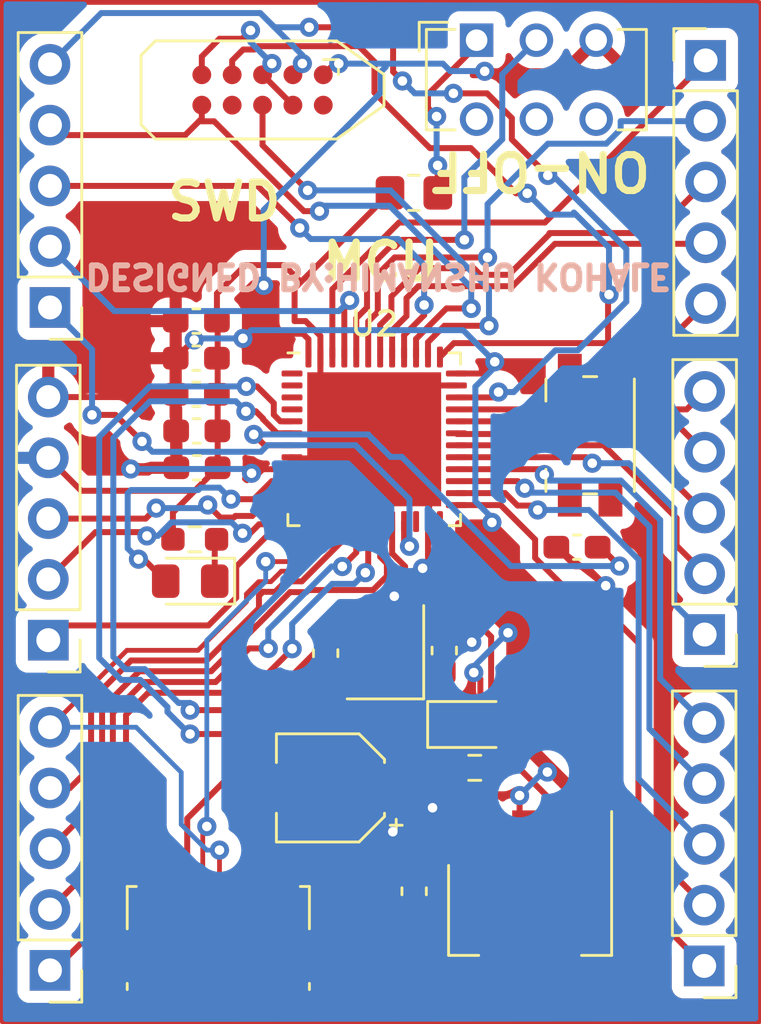
<source format=kicad_pcb>
(kicad_pcb (version 20211014) (generator pcbnew)
  (layers (0 "F.Cu" signal) (31 "B.Cu" signal) (34 "B.Paste" user) (35 "F.Paste" user) (36 "B.SilkS" user "B.Silkscreen") (37 "F.SilkS" user "F.Silkscreen") (38 "B.Mask" user) (39 "F.Mask" user) (44 "Edge.Cuts" user))
  (net 0 "")
  (net 1 "Net-(C1-Pad1)")
  (net 2 "GND")
  (net 3 "3.3v")
  (net 4 "Net-(C3-Pad2)")
  (net 5 "Net-(C4-Pad1)")
  (net 6 "Net-(C6-Pad1)")
  (net 7 "Net-(D1-Pad1)")
  (net 8 "Net-(D2-Pad1)")
  (net 9 "Net-(D2-Pad2)")
  (net 10 "PB15")
  (net 11 "PB14")
  (net 12 "PB13")
  (net 13 "PB12")
  (net 14 "PB10")
  (net 15 "PB9")
  (net 16 "PB8")
  (net 17 "PA9")
  (net 18 "PA10")
  (net 19 "PA11")
  (net 20 "USB_D-")
  (net 21 "USB_D+")
  (net 22 "PA12")
  (net 23 "PA13")
  (net 24 "PA14")
  (net 25 "PA15")
  (net 26 "PB0")
  (net 27 "PB1")
  (net 28 "PB2")
  (net 29 "PB3")
  (net 30 "PB4")
  (net 31 "PB5")
  (net 32 "PB6")
  (net 33 "PB7")
  (net 34 "PA1")
  (net 35 "PA2")
  (net 36 "PA3")
  (net 37 "PA6")
  (net 38 "PA7")
  (net 39 "PA8")
  (net 40 "Net-(J34-Pad3)")
  (net 43 "Net-(R2-Pad1)")
  (net 44 "Net-(SW2-Pad2)")
  (footprint "Package_TO_SOT_SMD:SOT-223-3_TabPin2" (layer "F.Cu") (at 90.34 73.65 -90)
    (fp_text reference "U1" hide)
    (fp_text value "AMS1117-3.3" hide)
  )
  (footprint "LED_SMD:LED_0805_2012Metric_Pad1.15x1.40mm_HandSolder" (layer "F.Cu") (at 87.915 65.91)
    (fp_text reference "D1" hide)
    (fp_text value "green" hide)
  )
  (footprint "Capacitor_SMD:C_0603_1608Metric_Pad1.08x0.95mm_HandSolder" (layer "F.Cu") (at 76.4 53.64)
    (fp_text reference "C7" hide)
    (fp_text value "100nf" hide)
  )
  (footprint "Capacitor_SMD:C_0603_1608Metric_Pad1.08x0.95mm_HandSolder" (layer "F.Cu") (at 86.75 62.82 90)
    (fp_text reference "C6" hide)
    (fp_text value "12pf" hide)
  )
  (footprint "LED_SMD:LED_0805_2012Metric_Pad1.15x1.40mm_HandSolder" (layer "F.Cu") (at 76.125 59.92 180)
    (fp_text reference "D2" hide)
    (fp_text value "red" hide)
  )
  (footprint "Capacitor_SMD:C_0603_1608Metric_Pad1.08x0.95mm_HandSolder" (layer "F.Cu") (at 76.3775 52.11)
    (fp_text reference "C8" hide)
    (fp_text value "100nf" hide)
  )
  (footprint "Connector_PinHeader_2.54mm:PinHeader_1x05_P2.54mm_Vertical" (layer "F.Cu") (at 70.19 62.385 180)
    (fp_text reference "J2" hide)
    (fp_text value "Conn_01x05_Male" hide)
  )
  (footprint "Capacitor_SMD:C_0603_1608Metric_Pad1.08x0.95mm_HandSolder" (layer "F.Cu") (at 76.38 49.05)
    (fp_text reference "C10" hide)
    (fp_text value "100nf" hide)
  )
  (footprint "Connector_PinHeader_2.54mm:PinHeader_1x05_P2.54mm_Vertical" (layer "F.Cu") (at 70.26 48.48 180)
    (fp_text reference "J7" hide)
    (fp_text value "Conn_01x05_Male" hide)
  )
  (footprint "Capacitor_SMD:C_0603_1608Metric_Pad1.08x0.95mm_HandSolder" (layer "F.Cu") (at 85.49 72.88 -90)
    (fp_text reference "C2" hide)
    (fp_text value "0.1uf" hide)
  )
  (footprint "Resistor_SMD:R_0603_1608Metric_Pad0.98x0.95mm_HandSolder" (layer "F.Cu") (at 76.315 58.17 180)
    (fp_text reference "R3" hide)
    (fp_text value "1k" hide)
  )
  (footprint "Connector_PinHeader_2.54mm:PinHeader_1x05_P2.54mm_Vertical" (layer "F.Cu") (at 97.62 76 180)
    (fp_text reference "J1" hide)
    (fp_text value "Conn_01x05_Male" hide)
  )
  (footprint "Resistor_SMD:R_0805_2012Metric_Pad1.20x1.40mm_HandSolder" (layer "F.Cu") (at 85.48 43.69 180)
    (fp_text reference "R2" hide)
    (fp_text value "10k" hide)
  )
  (footprint "Connector_USB:USB_Micro-B_Molex_47346-0001" (layer "F.Cu") (at 77.3 74.39)
    (fp_text reference "J11" hide)
    (fp_text value "USB_OTG" hide)
  )
  (footprint "Capacitor_SMD:C_0603_1608Metric_Pad1.08x0.95mm_HandSolder" (layer "F.Cu") (at 76.41 55.18)
    (fp_text reference "C5" hide)
    (fp_text value "100nf" hide)
  )
  (footprint "Connector:Tag-Connect_TC2050-IDC-NL_2x05_P1.27mm_Vertical" (layer "F.Cu") (at 79.15 39.39 180)
    (fp_text reference "J34" hide)
    (fp_text value "Conn_ARM_JTAG_SWD_10" hide)
  )
  (footprint "Capacitor_SMD:C_0603_1608Metric_Pad1.08x0.95mm_HandSolder" (layer "F.Cu") (at 81.79 62.93 90)
    (fp_text reference "C4" hide)
    (fp_text value "12pf" hide)
  )
  (footprint "Crystal:Crystal_SMD_EuroQuartz_MT-4Pin_3.2x2.5mm" (layer "F.Cu") (at 84.29 62.89 90)
    (fp_text reference "Y1" hide)
    (fp_text value "Crystal_GND23_Small" hide)
  )
  (footprint "Connector_PinHeader_2.54mm:PinHeader_1x05_P2.54mm_Vertical" (layer "F.Cu") (at 70.26 76.185 180)
    (fp_text reference "J6" hide)
    (fp_text value "Conn_01x05_Male" hide)
  )
  (footprint "Connector_PinHeader_2.54mm:PinHeader_1x05_P2.54mm_Vertical" (layer "F.Cu") (at 97.64 62.15 180)
    (fp_text reference "J4" hide)
    (fp_text value "Conn_01x05_Male" hide)
  )
  (footprint "Button_Switch_THT:SW_CuK_JS202011CQN_DPDT_Straight" (layer "F.Cu") (at 88.1025 37.31)
    (fp_text reference "SW2" hide)
    (fp_text value "SW_DPDT_x2" hide)
  )
  (footprint "Package_DFN_QFN:QFN-48-1EP_7x7mm_P0.5mm_EP5.6x5.6mm" (layer "F.Cu") (at 83.82 53.99)
    (fp_text reference "U2")
    (fp_text value "STM32F411CCUx")
  )
  (footprint "Capacitor_SMD:C_0603_1608Metric_Pad1.08x0.95mm_HandSolder" (layer "F.Cu") (at 76.38 50.6)
    (fp_text reference "C9" hide)
    (fp_text value "100nf" hide)
  )
  (footprint "Capacitor_SMD:C_0603_1608Metric_Pad1.08x0.95mm_HandSolder" (layer "F.Cu") (at 92.3 58.5)
    (fp_text reference "C3" hide)
    (fp_text value "0.1uf" hide)
  )
  (footprint "Button_Switch_SMD:Panasonic_EVQPUJ_EVQPUA" (layer "F.Cu") (at 92.85 53.82 90)
    (fp_text reference "SW1" hide)
    (fp_text value "SW_Push_Dual_x2" hide)
  )
  (footprint "Resistor_SMD:R_0603_1608Metric_Pad0.98x0.95mm_HandSolder" (layer "F.Cu") (at 88.025 67.72)
    (fp_text reference "R1" hide)
    (fp_text value "1k" hide)
  )
  (footprint "Capacitor_SMD:CP_Elec_4x3.9" (layer "F.Cu") (at 81.99 68.56 180)
    (fp_text reference "C1" hide)
    (fp_text value "10uf" hide)
  )
  (footprint "Connector_PinHeader_2.54mm:PinHeader_1x05_P2.54mm_Vertical" (layer "F.Cu") (at 97.68 38.155)
    (fp_text reference "J5" hide)
    (fp_text value "Conn_01x05_Male" hide)
  )
  (gr_rect (start 68.27 35.73) (end 99.91 78.34) (layer "F.Cu") (width 0.2) (fill none))
  (gr_text "DESIGNED BY:HIMANSHU KOHALE" (at 83.99 47.17 180) (layer "B.SilkS") (effects (font (size 1 1) (thickness 0.25)) (justify mirror)))
  (gr_text "MCU" (at 84.1 46.57) (layer "F.SilkS") (effects (font (size 1.5 1.5) (thickness 0.3))))
  (gr_text "ON-OFF\n" (at 90.75 42.77 180) (layer "F.SilkS") (effects (font (size 1.5 1.5) (thickness 0.3))))
  (gr_text "SWD\n" (at 77.55 44.06) (layer "F.SilkS") (effects (font (size 1.5 1.5) (thickness 0.3))))
  (segment (start 81.413173 67.37) (end 82.603173 68.56) (width 0.25) (layer "F.Cu") (net 1))
  (segment (start 85.73 70.5) (end 83.79 68.56) (width 0.25) (layer "F.Cu") (net 1))
  (segment (start 88.04 70.5) (end 85.73 70.5) (width 0.25) (layer "F.Cu") (net 1))
  (segment (start 82.603173 68.56) (end 83.79 68.56) (width 0.25) (layer "F.Cu") (net 1))
  (segment (start 76 69.84) (end 78.47 67.37) (width 0.25) (layer "F.Cu") (net 1))
  (segment (start 76 72.93) (end 76 69.84) (width 0.25) (layer "F.Cu") (net 1))
  (segment (start 78.47 67.37) (end 81.413173 67.37) (width 0.25) (layer "F.Cu") (net 1))
  (segment (start 85.49 73.7425) (end 85.49 73.350495) (width 0.25) (layer "F.Cu") (net 2))
  (segment (start 85.19 61.79) (end 85.19 61.08) (width 0.25) (layer "F.Cu") (net 2))
  (segment (start 87.9 62.47) (end 87.2625 62.47) (width 0.25) (layer "F.Cu") (net 2))
  (segment (start 80.19 68.56) (end 79.7875 68.9625) (width 0.25) (layer "F.Cu") (net 2))
  (segment (start 85.49 73.350495) (end 84.597701 72.458196) (width 0.25) (layer "F.Cu") (net 2))
  (segment (start 74.8125 73.015) (end 74.8125 74.7025) (width 0.25) (layer "F.Cu") (net 2))
  (segment (start 86.07 51.74) (end 87.2575 51.74) (width 0.25) (layer "F.Cu") (net 2))
  (segment (start 79.7875 74.7025) (end 80.675 75.59) (width 0.25) (layer "F.Cu") (net 2))
  (segment (start 80.49 49.05) (end 80.49 47.68) (width 0.25) (layer "F.Cu") (net 2))
  (segment (start 80.49 49.05) (end 80.95 49.05) (width 0.25) (layer "F.Cu") (net 2))
  (segment (start 86.64 62.0675) (end 86.75 61.9575) (width 0.25) (layer "F.Cu") (net 2))
  (segment (start 87.2625 62.47) (end 86.75 61.9575) (width 0.25) (layer "F.Cu") (net 2))
  (segment (start 81.57 49.67) (end 81.57 50.5525) (width 0.25) (layer "F.Cu") (net 2))
  (segment (start 79.7025 72.93) (end 79.7875 73.015) (width 0.25) (layer "F.Cu") (net 2))
  (segment (start 80.34 54.74) (end 80.3825 54.74) (width 0.25) (layer "F.Cu") (net 2))
  (segment (start 80.49 47.68) (end 84.48 43.69) (width 0.25) (layer "F.Cu") (net 2))
  (segment (start 81.57 50.5525) (end 81.57 51.74) (width 0.25) (layer "F.Cu") (net 2))
  (segment (start 77.2425 47.8975) (end 78.43 46.71) (width 0.25) (layer "F.Cu") (net 2))
  (segment (start 85.19 61.08) (end 84.66 60.55) (width 0.25) (layer "F.Cu") (net 2))
  (segment (start 92.64 70.5) (end 89.86 67.72) (width 0.25) (layer "F.Cu") (net 2))
  (segment (start 80.675 75.59) (end 73.925 75.59) (width 0.25) (layer "F.Cu") (net 2))
  (segment (start 84.597701 72.458196) (end 84.597701 70.392299) (width 0.25) (layer "F.Cu") (net 2))
  (segment (start 83.82 53.99) (end 86.07 51.74) (width 0.25) (layer "F.Cu") (net 2))
  (segment (start 86.26 69.39) (end 86.725495 69.39) (width 0.25) (layer "F.Cu") (net 2))
  (segment (start 89.86 67.72) (end 88.9375 67.72) (width 0.25) (layer "F.Cu") (net 2))
  (segment (start 76.31125 56.14125) (end 71.56625 56.14125) (width 0.25) (layer "F.Cu") (net 2))
  (segment (start 83.6425 75.59) (end 80.675 75.59) (width 0.25) (layer "F.Cu") (net 2))
  (segment (start 93.502641 60.108042) (end 91.4375 58.5) (width 0.25) (layer "F.Cu") (net 2))
  (segment (start 75.4025 57.05) (end 76.31125 56.14125) (width 0.25) (layer "F.Cu") (net 2))
  (segment (start 86.12 56.29) (end 86.12 57.37) (width 0.25) (layer "F.Cu") (net 2))
  (segment (start 77.2425 49.05) (end 77.2425 47.8975) (width 0.25) (layer "F.Cu") (net 2))
  (segment (start 92.2375 59.3) (end 92.694599 59.3) (width 0.25) (layer "F.Cu") (net 2))
  (segment (start 92.694599 59.3) (end 93.502641 60.108042) (width 0.25) (layer "F.Cu") (net 2))
  (segment (start 75.4025 58.17) (end 75.4025 57.05) (width 0.25) (layer "F.Cu") (net 2))
  (segment (start 91.4375 58.5) (end 92.2375 59.3) (width 0.25) (layer "F.Cu") (net 2))
  (segment (start 83.02 54.79) (end 80.29 54.79) (width 0.25) (layer "F.Cu") (net 2))
  (segment (start 85.49 73.7425) (end 83.6425 75.59) (width 0.25) (layer "F.Cu") (net 2))
  (segment (start 76.31125 56.14125) (end 77.2725 55.18) (width 0.25) (layer "F.Cu") (net 2))
  (segment (start 86.07 59.15673) (end 86.07 57.4275) (width 0.25) (layer "F.Cu") (net 2))
  (segment (start 83.82 53.99) (end 86.12 56.29) (width 0.25) (layer "F.Cu") (net 2))
  (segment (start 86.725495 69.39) (end 88.395495 67.72) (width 0.25) (layer "F.Cu") (net 2))
  (segment (start 80.29 54.79) (end 80.34 54.74) (width 0.25) (layer "F.Cu") (net 2))
  (segment (start 78.43 46.71) (end 80.05 46.71) (width 0.25) (layer "F.Cu") (net 2))
  (segment (start 81.57 51.74) (end 83.82 53.99) (width 0.25) (layer "F.Cu") (net 2))
  (segment (start 71.56625 56.14125) (end 70.19 54.765) (width 0.25) (layer "F.Cu") (net 2))
  (segment (start 78.6 72.93) (end 79.7025 72.93) (width 0.25) (layer "F.Cu") (net 2))
  (segment (start 88.395495 67.72) (end 88.9375 67.72) (width 0.25) (layer "F.Cu") (net 2))
  (segment (start 80.95 49.05) (end 81.57 49.67) (width 0.25) (layer "F.Cu") (net 2))
  (segment (start 77.2425 49.05) (end 77.2725 49.08) (width 0.25) (layer "F.Cu") (net 2))
  (segment (start 83.82 53.99) (end 83.02 54.79) (width 0.25) (layer "F.Cu") (net 2))
  (segment (start 77.2725 49.08) (end 77.2725 55.18) (width 0.25) (layer "F.Cu") (net 2))
  (segment (start 81.79 62.0675) (end 86.64 62.0675) (width 0.25) (layer "F.Cu") (net 2))
  (segment (start 74.8125 74.7025) (end 73.925 75.59) (width 0.25) (layer "F.Cu") (net 2))
  (segment (start 85.845585 59.381145) (end 86.07 59.15673) (width 0.25) (layer "F.Cu") (net 2))
  (segment (start 79.7875 73.015) (end 79.7875 74.7025) (width 0.25) (layer "F.Cu") (net 2))
  (segment (start 79.7875 68.9625) (end 79.7875 73.015) (width 0.25) (layer "F.Cu") (net 2))
  (segment (start 80.05 46.71) (end 80.74 47.4) (width 0.25) (layer "F.Cu") (net 2))
  (via (at 85.845585 59.381145) (size 0.8) (drill 0.4) (layers "F.Cu" "B.Cu") (net 2))
  (via (at 93.502641 60.108042) (size 0.8) (drill 0.4) (layers "F.Cu" "B.Cu") (net 2))
  (via (at 86.26 69.39) (size 0.8) (drill 0.4) (layers "F.Cu" "B.Cu") (net 2))
  (via (at 84.597701 70.392299) (size 0.8) (drill 0.4) (layers "F.Cu" "B.Cu") (net 2))
  (via (at 84.66 60.55) (size 0.8) (drill 0.4) (layers "F.Cu" "B.Cu") (net 2))
  (via (at 87.9 62.47) (size 0.8) (drill 0.4) (layers "F.Cu" "B.Cu") (net 2))
  (segment (start 85.828855 59.381145) (end 84.66 60.55) (width 0.25) (layer "B.Cu") (net 2))
  (segment (start 84.597701 70.392299) (end 85.257701 70.392299) (width 0.25) (layer "B.Cu") (net 2))
  (segment (start 85.257701 70.392299) (end 86.26 69.39) (width 0.25) (layer "B.Cu") (net 2))
  (segment (start 93.502641 60.108042) (end 90.261958 60.108042) (width 0.25) (layer "B.Cu") (net 2))
  (segment (start 90.261958 60.108042) (end 87.9 62.47) (width 0.25) (layer "B.Cu") (net 2))
  (segment (start 85.845585 59.381145) (end 85.828855 59.381145) (width 0.25) (layer "B.Cu") (net 2))
  (segment (start 88.44 38.609502) (end 91.802998 38.609502) (width 0.25) (layer "F.Cu") (net 3))
  (segment (start 79.561802 49.578198) (end 79.561802 48.391802) (width 0.25) (layer "F.Cu") (net 3))
  (segment (start 79.561802 49.578198) (end 78.526302 49.578198) (width 0.25) (layer "F.Cu") (net 3))
  (segment (start 82.155 38.29) (end 82.339699 38.29) (width 0.25) (layer "F.Cu") (net 3))
  (segment (start 88.288858 60.95) (end 88.15 60.95) (width 0.25) (layer "F.Cu") (net 3))
  (segment (start 80.3825 55.24) (end 79.16 55.24) (width 0.25) (layer "F.Cu") (net 3))
  (segment (start 89.415947 62.077089) (end 88.288858 60.95) (width 0.25) (layer "F.Cu") (net 3))
  (segment (start 78.855 55.545) (end 78.76 55.64) (width 0.25) (layer "F.Cu") (net 3))
  (segment (start 81.69 38.755) (end 82.155 38.29) (width 0.25) (layer "F.Cu") (net 3))
  (segment (start 90.2375 72.0175) (end 90.34 72.12) (width 0.25) (layer "F.Cu") (net 3))
  (segment (start 79.2 48.03) (end 79.2 47.56) (width 0.25) (layer "F.Cu") (net 3))
  (segment (start 88.26 64.616396) (end 88.94 65.296396) (width 0.25) (layer "F.Cu") (net 3))
  (segment (start 87.8555 57.4645) (end 86.57 58.75) (width 0.25) (layer "F.Cu") (net 3))
  (segment (start 88.37 51.24) (end 88.86 50.75) (width 0.25) (layer "F.Cu") (net 3))
  (segment (start 75.5475 55.18) (end 75.5475 49.08) (width 0.25) (layer "F.Cu") (net 3))
  (segment (start 90.34 72.12) (end 90.34 76.8) (width 0.25) (layer "F.Cu") (net 3))
  (segment (start 89.9 70.06) (end 90.34 70.5) (width 0.25) (layer "F.Cu") (net 3))
  (segment (start 86.57 59.37) (end 86.57 58.75) (width 0.25) (layer "F.Cu") (net 3))
  (segment (start 86.57 58.75) (end 86.57 57.4275) (width 0.25) (layer "F.Cu") (net 3))
  (segment (start 78.825 55.545) (end 78.69 55.41) (width 0.25) (layer "F.Cu") (net 3))
  (segment (start 87.2575 51.24) (end 88.37 51.24) (width 0.25) (layer "F.Cu") (net 3))
  (segment (start 88.742701 57.4645) (end 87.8555 57.4645) (width 0.25) (layer "F.Cu") (net 3))
  (segment (start 75.5475 49.08) (end 75.5175 49.05) (width 0.25) (layer "F.Cu") (net 3))
  (segment (start 73.6345 55.230806) (end 75.496694 55.230806) (width 0.25) (layer "F.Cu") (net 3))
  (segment (start 78.855 55.545) (end 78.825 55.545) (width 0.25) (layer "F.Cu") (net 3))
  (segment (start 78.526302 49.578198) (end 78.33 49.7745) (width 0.25) (layer "F.Cu") (net 3))
  (segment (start 87.9855 63.74) (end 88.26 64.0145) (width 0.25) (layer "F.Cu") (net 3))
  (segment (start 76.280248 49.837252) (end 75.5175 50.6) (width 0.25) (layer "F.Cu") (net 3))
  (segment (start 75.4 52.225) (end 70.19 52.225) (width 0.25) (layer "F.Cu") (net 3))
  (segment (start 91.802998 38.609502) (end 93.1025 37.31) (width 0.25) (layer "F.Cu") (net 3))
  (segment (start 88.15 60.95) (end 86.57 59.37) (width 0.25) (layer "F.Cu") (net 3))
  (segment (start 79.16 55.24) (end 78.855 55.545) (width 0.25) (layer "F.Cu") (net 3))
  (segment (start 81.07 50.5525) (end 81.07 49.806396) (width 0.25) (layer "F.Cu") (net 3))
  (segment (start 75.496694 55.230806) (end 75.5475 55.18) (width 0.25) (layer "F.Cu") (net 3))
  (segment (start 85.49 72.0175) (end 90.2375 72.0175) (width 0.25) (layer "F.Cu") (net 3))
  (segment (start 88.94 65.296396) (end 88.94 65.91) (width 0.25) (layer "F.Cu") (net 3))
  (segment (start 89.074598 65.91) (end 91.062299 67.897701) (width 0.25) (layer "F.Cu") (net 3))
  (segment (start 88.94 65.91) (end 89.074598 65.91) (width 0.25) (layer "F.Cu") (net 3))
  (segment (start 88.26 64.0145) (end 88.26 64.616396) (width 0.25) (layer "F.Cu") (net 3))
  (segment (start 89.9 68.88) (end 89.9 70.06) (width 0.25) (layer "F.Cu") (net 3))
  (segment (start 90.34 70.5) (end 90.34 72.12) (width 0.25) (layer "F.Cu") (net 3))
  (segment (start 81.07 49.806396) (end 80.841802 49.578198) (width 0.25) (layer "F.Cu") (net 3))
  (segment (start 80.841802 49.578198) (end 79.561802 49.578198) (width 0.25) (layer "F.Cu") (net 3))
  (segment (start 79.561802 48.391802) (end 79.27 48.1) (width 0.25) (layer "F.Cu") (net 3))
  (segment (start 79.27 48.1) (end 79.2 48.03) (width 0.25) (layer "F.Cu") (net 3))
  (segment (start 75.515 52.11) (end 75.4 52.225) (width 0.25) (layer "F.Cu") (net 3))
  (segment (start 76.290822 49.837252) (end 76.280248 49.837252) (width 0.25) (layer "F.Cu") (net 3))
  (via (at 91.062299 67.897701) (size 0.8) (drill 0.4) (layers "F.Cu" "B.Cu") (net 3))
  (via (at 88.742701 57.4645) (size 0.8) (drill 0.4) (layers "F.Cu" "B.Cu") (net 3))
  (via (at 88.44 38.609502) (size 0.8) (drill 0.4) (layers "F.Cu" "B.Cu") (net 3))
  (via (at 78.33 49.7745) (size 0.8) (drill 0.4) (layers "F.Cu" "B.Cu") (net 3))
  (via (at 88.86 50.75) (size 0.8) (drill 0.4) (layers "F.Cu" "B.Cu") (net 3))
  (via (at 89.415947 62.077089) (size 0.8) (drill 0.4) (layers "F.Cu" "B.Cu") (net 3))
  (via (at 76.290822 49.837252) (size 0.8) (drill 0.4) (layers "F.Cu" "B.Cu") (net 3))
  (via (at 78.69 55.41) (size 0.8) (drill 0.4) (layers "F.Cu" "B.Cu") (net 3))
  (via (at 82.339699 38.29) (size 0.8) (drill 0.4) (layers "F.Cu" "B.Cu") (net 3))
  (via (at 87.9855 63.74) (size 0.8) (drill 0.4) (layers "F.Cu" "B.Cu") (net 3))
  (via (at 79.2 47.56) (size 0.8) (drill 0.4) (layers "F.Cu" "B.Cu") (net 3))
  (via (at 89.9 68.88) (size 0.8) (drill 0.4) (layers "F.Cu" "B.Cu") (net 3))
  (via (at 73.6345 55.230806) (size 0.8) (drill 0.4) (layers "F.Cu" "B.Cu") (net 3))
  (segment (start 78.33 49.7745) (end 76.353574 49.7745) (width 0.25) (layer "B.Cu") (net 3))
  (segment (start 78.510806 55.230806) (end 73.6345 55.230806) (width 0.25) (layer "B.Cu") (net 3))
  (segment (start 87.9855 63.4845) (end 89.27 62.2) (width 0.25) (layer "B.Cu") (net 3))
  (segment (start 84.3 38.29) (end 86.692477 38.29) (width 0.25) (layer "B.Cu") (net 3))
  (segment (start 88.86 50.75) (end 87.54 49.43) (width 0.25) (layer "B.Cu") (net 3))
  (segment (start 88.742701 57.407299) (end 88.742701 57.4645) (width 0.25) (layer "B.Cu") (net 3))
  (segment (start 87.9855 63.74) (end 87.9855 63.4845) (width 0.25) (layer "B.Cu") (net 3))
  (segment (start 88.05 56.58) (end 88.81 57.34) (width 0.25) (layer "B.Cu") (net 3))
  (segment (start 89.27 62.2) (end 89.27 62.05) (width 0.25) (layer "B.Cu") (net 3))
  (segment (start 76.353574 49.7745) (end 76.290822 49.837252) (width 0.25) (layer "B.Cu") (net 3))
  (segment (start 86.692477 38.29) (end 87.002477 38.6) (width 0.25) (layer "B.Cu") (net 3))
  (segment (start 84.09 38.64) (end 84.3 38.43) (width 0.25) (layer "B.Cu") (net 3))
  (segment (start 90.882299 67.897701) (end 89.9 68.88) (width 0.25) (layer "B.Cu") (net 3))
  (segment (start 88.44 38.6) (end 88.44 38.609502) (width 0.25) (layer "B.Cu") (net 3))
  (segment (start 79.2 47.56) (end 79.2 44.4) (width 0.25) (layer "B.Cu") (net 3))
  (segment (start 91.062299 67.897701) (end 90.882299 67.897701) (width 0.25) (layer "B.Cu") (net 3))
  (segment (start 79.2 44.4) (end 84.09 39.51) (width 0.25) (layer "B.Cu") (net 3))
  (segment (start 84.09 39.51) (end 84.09 38.64) (width 0.25) (layer "B.Cu") (net 3))
  (segment (start 78.69 55.41) (end 78.510806 55.230806) (width 0.25) (layer "B.Cu") (net 3))
  (segment (start 89.27 62.05) (end 89.388858 62.05) (width 0.25) (layer "B.Cu") (net 3))
  (segment (start 82.339699 38.29) (end 84.3 38.29) (width 0.25) (layer "B.Cu") (net 3))
  (segment (start 89.388858 62.05) (end 89.415947 62.077089) (width 0.25) (layer "B.Cu") (net 3))
  (segment (start 84.3 38.43) (end 84.3 38.29) (width 0.25) (layer "B.Cu") (net 3))
  (segment (start 87.54 49.43) (end 78.6745 49.43) (width 0.25) (layer "B.Cu") (net 3))
  (segment (start 88.86 50.75) (end 88.86 50.98) (width 0.25) (layer "B.Cu") (net 3))
  (segment (start 78.6745 49.43) (end 78.33 49.7745) (width 0.25) (layer "B.Cu") (net 3))
  (segment (start 88.81 57.34) (end 88.742701 57.407299) (width 0.25) (layer "B.Cu") (net 3))
  (segment (start 88.86 50.98) (end 88.05 51.79) (width 0.25) (layer "B.Cu") (net 3))
  (segment (start 87.002477 38.6) (end 88.44 38.6) (width 0.25) (layer "B.Cu") (net 3))
  (segment (start 88.05 51.79) (end 88.05 56.58) (width 0.25) (layer "B.Cu") (net 3))
  (segment (start 93.1625 58.5) (end 93.285882 58.5) (width 0.25) (layer "F.Cu") (net 4))
  (segment (start 78.782999 53.787001) (end 79.235998 54.24) (width 0.25) (layer "F.Cu") (net 4))
  (segment (start 93.285882 58.5) (end 94.07344 59.287558) (width 0.25) (layer "F.Cu") (net 4))
  (segment (start 79.235998 54.24) (end 80.3825 54.24) (width 0.25) (layer "F.Cu") (net 4))
  (via (at 94.07344 59.287558) (size 0.8) (drill 0.4) (layers "F.Cu" "B.Cu") (net 4))
  (via (at 78.782999 53.787001) (size 0.8) (drill 0.4) (layers "F.Cu" "B.Cu") (net 4))
  (segment (start 78.782999 53.787001) (end 83.567001 53.787001) (width 0.25) (layer "B.Cu") (net 4))
  (segment (start 89.537558 59.287558) (end 94.07344 59.287558) (width 0.25) (layer "B.Cu") (net 4))
  (segment (start 84.505203 54.725203) (end 84.975203 54.725203) (width 0.25) (layer "B.Cu") (net 4))
  (segment (start 84.975203 54.725203) (end 89.537558 59.287558) (width 0.25) (layer "B.Cu") (net 4))
  (segment (start 83.567001 53.787001) (end 84.505203 54.725203) (width 0.25) (layer "B.Cu") (net 4))
  (segment (start 79.896992 53.24) (end 80.3825 53.24) (width 0.25) (layer "F.Cu") (net 5))
  (segment (start 79.916396 64.71) (end 80.8725 64.71) (width 0.25) (layer "F.Cu") (net 5))
  (segment (start 80.8725 64.71) (end 81.79 63.7925) (width 0.25) (layer "F.Cu") (net 5))
  (segment (start 79.62 52.48) (end 79.62 52.963008) (width 0.25) (layer "F.Cu") (net 5))
  (segment (start 76.1205 66.309003) (end 78.317393 66.309003) (width 0.25) (layer "F.Cu") (net 5))
  (segment (start 81.79 64.19) (end 82.565 64.965) (width 0.25) (layer "F.Cu") (net 5))
  (segment (start 79.62 52.963008) (end 79.896992 53.24) (width 0.25) (layer "F.Cu") (net 5))
  (segment (start 78.92 51.78) (end 79.62 52.48) (width 0.25) (layer "F.Cu") (net 5))
  (segment (start 82.565 64.965) (end 84.215 64.965) (width 0.25) (layer "F.Cu") (net 5))
  (segment (start 78.317393 66.309003) (end 79.916396 64.71) (width 0.25) (layer "F.Cu") (net 5))
  (segment (start 84.215 64.965) (end 85.19 63.99) (width 0.25) (layer "F.Cu") (net 5))
  (segment (start 81.79 63.7925) (end 81.79 64.19) (width 0.25) (layer "F.Cu") (net 5))
  (segment (start 78.47 51.78) (end 78.92 51.78) (width 0.25) (layer "F.Cu") (net 5))
  (via (at 78.47 51.78) (size 0.8) (drill 0.4) (layers "F.Cu" "B.Cu") (net 5))
  (via (at 76.1205 66.309003) (size 0.8) (drill 0.4) (layers "F.Cu" "B.Cu") (net 5))
  (segment (start 72.32 53.89) (end 72.32 63.13) (width 0.25) (layer "B.Cu") (net 5))
  (segment (start 72.32 63.13) (end 73.236396 64.046396) (width 0.25) (layer "B.Cu") (net 5))
  (segment (start 75.173604 65.387909) (end 76.094698 66.309003) (width 0.25) (layer "B.Cu") (net 5))
  (segment (start 74.04 64.046396) (end 75.173604 65.18) (width 0.25) (layer "B.Cu") (net 5))
  (segment (start 75.173604 65.18) (end 75.173604 65.387909) (width 0.25) (layer "B.Cu") (net 5))
  (segment (start 74.43 51.78) (end 72.32 53.89) (width 0.25) (layer "B.Cu") (net 5))
  (segment (start 76.094698 66.309003) (end 76.1205 66.309003) (width 0.25) (layer "B.Cu") (net 5))
  (segment (start 73.236396 64.046396) (end 74.04 64.046396) (width 0.25) (layer "B.Cu") (net 5))
  (segment (start 78.47 51.78) (end 74.43 51.78) (width 0.25) (layer "B.Cu") (net 5))
  (segment (start 82.33 62.93) (end 83.39 63.99) (width 0.25) (layer "F.Cu") (net 6))
  (segment (start 81.319505 62.93) (end 82.33 62.93) (width 0.25) (layer "F.Cu") (net 6))
  (segment (start 86.0825 63.015) (end 86.75 63.6825) (width 0.25) (layer "F.Cu") (net 6))
  (segment (start 78.871103 52.821103) (end 79.17 53.12) (width 0.25) (layer "F.Cu") (net 6))
  (segment (start 79.17 53.12) (end 79.17 53.149404) (width 0.25) (layer "F.Cu") (net 6))
  (segment (start 79.74 64.25) (end 79.999505 64.25) (width 0.25) (layer "F.Cu") (net 6))
  (segment (start 78.6805 65.3095) (end 79.74 64.25) (width 0.25) (layer "F.Cu") (net 6))
  (segment (start 83.39 63.99) (end 84.365 63.015) (width 0.25) (layer "F.Cu") (net 6))
  (segment (start 84.365 63.015) (end 86.0825 63.015) (width 0.25) (layer "F.Cu") (net 6))
  (segment (start 76.1205 65.3095) (end 78.6805 65.3095) (width 0.25) (layer "F.Cu") (net 6))
  (segment (start 79.17 53.149404) (end 79.760596 53.74) (width 0.25) (layer "F.Cu") (net 6))
  (segment (start 79.760596 53.74) (end 80.3825 53.74) (width 0.25) (layer "F.Cu") (net 6))
  (segment (start 78.453495 52.821103) (end 78.871103 52.821103) (width 0.25) (layer "F.Cu") (net 6))
  (segment (start 79.999505 64.25) (end 81.319505 62.93) (width 0.25) (layer "F.Cu") (net 6))
  (via (at 78.453495 52.821103) (size 0.8) (drill 0.4) (layers "F.Cu" "B.Cu") (net 6))
  (via (at 76.1205 65.3095) (size 0.8) (drill 0.4) (layers "F.Cu" "B.Cu") (net 6))
  (segment (start 74.446396 52.4) (end 72.91 53.936396) (width 0.25) (layer "B.Cu") (net 6))
  (segment (start 76.1205 65.0105) (end 76.1205 65.3095) (width 0.25) (layer "B.Cu") (net 6))
  (segment (start 78.453495 52.821103) (end 78.032392 52.4) (width 0.25) (layer "B.Cu") (net 6))
  (segment (start 74.226396 63.596396) (end 75.64 65.01) (width 0.25) (layer "B.Cu") (net 6))
  (segment (start 72.91 55.44) (end 72.91 55.5) (width 0.25) (layer "B.Cu") (net 6))
  (segment (start 72.91 55.44) (end 72.91 63.083604) (width 0.25) (layer "B.Cu") (net 6))
  (segment (start 72.91 53.936396) (end 72.91 55.44) (width 0.25) (layer "B.Cu") (net 6))
  (segment (start 76.12 65.01) (end 76.1205 65.0105) (width 0.25) (layer "B.Cu") (net 6))
  (segment (start 78.032392 52.4) (end 74.446396 52.4) (width 0.25) (layer "B.Cu") (net 6))
  (segment (start 75.64 65.01) (end 76.12 65.01) (width 0.25) (layer "B.Cu") (net 6))
  (segment (start 73.422792 63.596396) (end 74.226396 63.596396) (width 0.25) (layer "B.Cu") (net 6))
  (segment (start 72.91 63.083604) (end 73.422792 63.596396) (width 0.25) (layer "B.Cu") (net 6))
  (segment (start 86.89 65.91) (end 86.89 67.4975) (width 0.25) (layer "F.Cu") (net 7))
  (segment (start 86.89 67.4975) (end 87.1125 67.72) (width 0.25) (layer "F.Cu") (net 7))
  (segment (start 77.15 59.92) (end 77.15 58.2475) (width 0.25) (layer "F.Cu") (net 8))
  (segment (start 77.2275 60.1325) (end 77.275 60.18) (width 0.25) (layer "F.Cu") (net 8))
  (segment (start 77.15 58.2475) (end 77.2275 58.17) (width 0.25) (layer "F.Cu") (net 8))
  (segment (start 74.18 59) (end 75.1 59.92) (width 0.25) (layer "F.Cu") (net 9))
  (segment (start 77.829674 56.493142) (end 78.784066 56.493142) (width 0.25) (layer "F.Cu") (net 9))
  (segment (start 73.96 59) (end 74.18 59) (width 0.25) (layer "F.Cu") (net 9))
  (segment (start 78.784066 56.493142) (end 79.537208 55.74) (width 0.25) (layer "F.Cu") (net 9))
  (segment (start 79.537208 55.74) (end 80.3825 55.74) (width 0.25) (layer "F.Cu") (net 9))
  (via (at 73.96 59) (size 0.8) (drill 0.4) (layers "F.Cu" "B.Cu") (net 9))
  (via (at 77.829674 56.493142) (size 0.8) (drill 0.4) (layers "F.Cu" "B.Cu") (net 9))
  (segment (start 73.51 56.25325) (end 73.51 58.55) (width 0.25) (layer "B.Cu") (net 9))
  (segment (start 73.51 58.55) (end 73.96 59) (width 0.25) (layer "B.Cu") (net 9))
  (segment (start 76.460195 56.11) (end 73.65325 56.11) (width 0.25) (layer "B.Cu") (net 9))
  (segment (start 76.559695 56.0105) (end 76.460195 56.11) (width 0.25) (layer "B.Cu") (net 9))
  (segment (start 73.65325 56.11) (end 73.51 56.25325) (width 0.25) (layer "B.Cu") (net 9))
  (segment (start 77.347032 56.0105) (end 76.559695 56.0105) (width 0.25) (layer "B.Cu") (net 9))
  (segment (start 77.829674 56.493142) (end 77.347032 56.0105) (width 0.25) (layer "B.Cu") (net 9))
  (segment (start 87.2575 55.24) (end 90.712321 55.24) (width 0.25) (layer "F.Cu") (net 10))
  (segment (start 90.712321 55.24) (end 90.936821 55.4645) (width 0.25) (layer "F.Cu") (net 10))
  (via (at 90.936821 55.4645) (size 0.8) (drill 0.4) (layers "F.Cu" "B.Cu") (net 10))
  (segment (start 90.936821 55.4645) (end 91.187321 55.715) (width 0.25) (layer "B.Cu") (net 10))
  (segment (start 95.78 57.36) (end 95.78 64) (width 0.25) (layer "B.Cu") (net 10))
  (segment (start 94.135 55.715) (end 95.78 57.36) (width 0.25) (layer "B.Cu") (net 10))
  (segment (start 91.187321 55.715) (end 94.135 55.715) (width 0.25) (layer "B.Cu") (net 10))
  (segment (start 95.78 64) (end 97.62 65.84) (width 0.25) (layer "B.Cu") (net 10))
  (segment (start 89.821264 55.74) (end 90.115824 56.03456) (width 0.25) (layer "F.Cu") (net 11))
  (segment (start 87.2575 55.74) (end 89.821264 55.74) (width 0.25) (layer "F.Cu") (net 11))
  (via (at 90.115824 56.03456) (size 0.8) (drill 0.4) (layers "F.Cu" "B.Cu") (net 11))
  (segment (start 93.91 56.22) (end 95.33 57.64) (width 0.25) (layer "B.Cu") (net 11))
  (segment (start 90.115824 56.03456) (end 90.301264 56.22) (width 0.25) (layer "B.Cu") (net 11))
  (segment (start 95.33 57.64) (end 95.33 66.09) (width 0.25) (layer "B.Cu") (net 11))
  (segment (start 90.301264 56.22) (end 93.91 56.22) (width 0.25) (layer "B.Cu") (net 11))
  (segment (start 95.33 66.09) (end 97.62 68.38) (width 0.25) (layer "B.Cu") (net 11))
  (segment (start 89.295959 56.24) (end 89.815519 56.75956) (width 0.25) (layer "F.Cu") (net 12))
  (segment (start 89.815519 56.75956) (end 90.474893 56.75956) (width 0.25) (layer "F.Cu") (net 12))
  (segment (start 87.2575 56.24) (end 89.295959 56.24) (width 0.25) (layer "F.Cu") (net 12))
  (segment (start 90.474893 56.75956) (end 90.659833 56.9445) (width 0.25) (layer "F.Cu") (net 12))
  (via (at 90.659833 56.9445) (size 0.8) (drill 0.4) (layers "F.Cu" "B.Cu") (net 12))
  (segment (start 90.659833 56.9445) (end 92.8045 56.9445) (width 0.25) (layer "B.Cu") (net 12))
  (segment (start 94.88 68.18) (end 97.62 70.92) (width 0.25) (layer "B.Cu") (net 12))
  (segment (start 94.88 59.02) (end 94.88 68.18) (width 0.25) (layer "B.Cu") (net 12))
  (segment (start 92.8045 56.9445) (end 94.88 59.02) (width 0.25) (layer "B.Cu") (net 12))
  (segment (start 94.87 62.5) (end 94.87 70.71) (width 0.25) (layer "F.Cu") (net 13))
  (segment (start 89.11 56.74) (end 90.55 58.18) (width 0.25) (layer "F.Cu") (net 13))
  (segment (start 94.87 70.71) (end 97.62 73.46) (width 0.25) (layer "F.Cu") (net 13))
  (segment (start 90.55 58.18) (end 90.55 58.945495) (width 0.25) (layer "F.Cu") (net 13))
  (segment (start 87.2575 56.74) (end 89.11 56.74) (width 0.25) (layer "F.Cu") (net 13))
  (segment (start 92.48 60.11) (end 94.87 62.5) (width 0.25) (layer "F.Cu") (net 13))
  (segment (start 91.714505 60.11) (end 92.48 60.11) (width 0.25) (layer "F.Cu") (net 13))
  (segment (start 90.55 58.945495) (end 91.714505 60.11) (width 0.25) (layer "F.Cu") (net 13))
  (segment (start 85.07 58.237867) (end 85.2945 58.462367) (width 0.25) (layer "F.Cu") (net 14))
  (segment (start 85.07 57.4275) (end 85.07 58.237867) (width 0.25) (layer "F.Cu") (net 14))
  (segment (start 74.11 54.08) (end 73 52.97) (width 0.25) (layer "F.Cu") (net 14))
  (segment (start 73 52.97) (end 72.02 52.97) (width 0.25) (layer "F.Cu") (net 14))
  (via (at 85.2945 58.462367) (size 0.8) (drill 0.4) (layers "F.Cu" "B.Cu") (net 14))
  (via (at 72.02 52.97) (size 0.8) (drill 0.4) (layers "F.Cu" "B.Cu") (net 14))
  (via (at 74.11 54.08) (size 0.8) (drill 0.4) (layers "F.Cu" "B.Cu") (net 14))
  (segment (start 85.2945 58.462367) (end 85.2945 56.4945) (width 0.25) (layer "B.Cu") (net 14))
  (segment (start 79.083304 54.512001) (end 74.542001 54.512001) (width 0.25) (layer "B.Cu") (net 14))
  (segment (start 72.02 50.24) (end 70.26 48.48) (width 0.25) (layer "B.Cu") (net 14))
  (segment (start 83.037001 54.237001) (end 79.358304 54.237001) (width 0.25) (layer "B.Cu") (net 14))
  (segment (start 72.02 52.97) (end 72.02 50.24) (width 0.25) (layer "B.Cu") (net 14))
  (segment (start 85.2945 56.4945) (end 83.037001 54.237001) (width 0.25) (layer "B.Cu") (net 14))
  (segment (start 74.542001 54.512001) (end 74.11 54.08) (width 0.25) (layer "B.Cu") (net 14))
  (segment (start 79.358304 54.237001) (end 79.083304 54.512001) (width 0.25) (layer "B.Cu") (net 14))
  (segment (start 82.07 47.72) (end 84.86 44.93) (width 0.25) (layer "F.Cu") (net 15))
  (segment (start 84.86 44.93) (end 90.96 44.93) (width 0.25) (layer "F.Cu") (net 15))
  (segment (start 82.07 50.5525) (end 82.07 47.72) (width 0.25) (layer "F.Cu") (net 15))
  (segment (start 97.68 38.21) (end 97.68 38.155) (width 0.25) (layer "F.Cu") (net 15))
  (segment (start 90.96 44.93) (end 97.68 38.21) (width 0.25) (layer "F.Cu") (net 15))
  (segment (start 82.57 50.5525) (end 82.57 48.406799) (width 0.25) (layer "F.Cu") (net 16))
  (segment (start 82.57 48.406799) (end 82.7945 48.182299) (width 0.25) (layer "F.Cu") (net 16))
  (via (at 82.7945 48.182299) (size 0.8) (drill 0.4) (layers "F.Cu" "B.Cu") (net 16))
  (segment (start 82.7945 48.182299) (end 82.346799 48.63) (width 0.25) (layer "B.Cu") (net 16))
  (segment (start 72.95 48.63) (end 70.26 45.94) (width 0.25) (layer "B.Cu") (net 16))
  (segment (start 82.346799 48.63) (end 72.95 48.63) (width 0.25) (layer "B.Cu") (net 16))
  (segment (start 96.465 57.285) (end 96.465 58.435) (width 0.25) (layer "F.Cu") (net 17))
  (segment (start 93.42 54.24) (end 96.465 57.285) (width 0.25) (layer "F.Cu") (net 17))
  (segment (start 87.2575 54.24) (end 93.42 54.24) (width 0.25) (layer "F.Cu") (net 17))
  (segment (start 96.465 58.435) (end 97.64 59.61) (width 0.25) (layer "F.Cu") (net 17))
  (segment (start 94.34 53.77) (end 97.64 57.07) (width 0.25) (layer "F.Cu") (net 18))
  (segment (start 87.2875 53.77) (end 94.34 53.77) (width 0.25) (layer "F.Cu") (net 18))
  (segment (start 87.2575 53.74) (end 87.2875 53.77) (width 0.25) (layer "F.Cu") (net 18))
  (segment (start 96.35 53.24) (end 97.64 54.53) (width 0.25) (layer "F.Cu") (net 19))
  (segment (start 87.2575 53.24) (end 96.35 53.24) (width 0.25) (layer "F.Cu") (net 19))
  (segment (start 76.65 70.34) (end 76.65 72.93) (width 0.2) (layer "F.Cu") (net 20))
  (segment (start 76.82 70.17) (end 76.65 70.34) (width 0.2) (layer "F.Cu") (net 20))
  (segment (start 80.345353 59.102299) (end 81.57 57.877652) (width 0.2) (layer "F.Cu") (net 20))
  (segment (start 81.57 57.877652) (end 81.57 57.4275) (width 0.2) (layer "F.Cu") (net 20))
  (segment (start 79.282299 59.102299) (end 80.345353 59.102299) (width 0.2) (layer "F.Cu") (net 20))
  (via (at 76.82 70.17) (size 0.8) (drill 0.4) (layers "F.Cu" "B.Cu") (net 20))
  (via (at 79.282299 59.102299) (size 0.8) (drill 0.4) (layers "F.Cu" "B.Cu") (net 20))
  (segment (start 79.282299 59.927701) (end 76.82 62.39) (width 0.2) (layer "B.Cu") (net 20))
  (segment (start 79.282299 59.102299) (end 79.282299 59.927701) (width 0.2) (layer "B.Cu") (net 20))
  (segment (start 76.82 62.39) (end 76.82 70.17) (width 0.2) (layer "B.Cu") (net 20))
  (segment (start 73.475 62.81) (end 76.449213 62.81) (width 0.2) (layer "F.Cu") (net 21))
  (segment (start 77.3495 71.16) (end 77.3495 72.8805) (width 0.2) (layer "F.Cu") (net 21))
  (segment (start 79.937701 59.502299) (end 80.617701 59.502299) (width 0.2) (layer "F.Cu") (net 21))
  (segment (start 76.449213 62.81) (end 78.475 60.784213) (width 0.2) (layer "F.Cu") (net 21))
  (segment (start 79.5 59.94) (end 79.937701 59.502299) (width 0.2) (layer "F.Cu") (net 21))
  (segment (start 78.475 60.455) (end 78.99 59.94) (width 0.2) (layer "F.Cu") (net 21))
  (segment (start 82.09 57.4475) (end 82.07 57.4275) (width 0.2) (layer "F.Cu") (net 21))
  (segment (start 78.99 59.94) (end 79.5 59.94) (width 0.2) (layer "F.Cu") (net 21))
  (segment (start 70.26 66.025) (end 73.475 62.81) (width 0.2) (layer "F.Cu") (net 21))
  (segment (start 78.475 60.784213) (end 78.475 60.455) (width 0.2) (layer "F.Cu") (net 21))
  (segment (start 80.617701 59.502299) (end 82.09 58.03) (width 0.2) (layer "F.Cu") (net 21))
  (segment (start 77.3495 72.8805) (end 77.3 72.93) (width 0.2) (layer "F.Cu") (net 21))
  (segment (start 82.09 58.03) (end 82.09 57.4475) (width 0.2) (layer "F.Cu") (net 21))
  (via (at 77.3495 71.16) (size 0.8) (drill 0.4) (layers "F.Cu" "B.Cu") (net 21))
  (segment (start 73.865 66.025) (end 75.75 67.91) (width 0.2) (layer "B.Cu") (net 21))
  (segment (start 76.82005 71.16) (end 77.3495 71.16) (width 0.2) (layer "B.Cu") (net 21))
  (segment (start 75.75 70.08995) (end 76.82005 71.16) (width 0.2) (layer "B.Cu") (net 21))
  (segment (start 75.75 67.91) (end 75.75 70.08995) (width 0.2) (layer "B.Cu") (net 21))
  (segment (start 70.26 66.025) (end 73.865 66.025) (width 0.2) (layer "B.Cu") (net 21))
  (segment (start 96.89 52.74) (end 97.64 51.99) (width 0.25) (layer "F.Cu") (net 22))
  (segment (start 87.2575 52.74) (end 96.89 52.74) (width 0.25) (layer "F.Cu") (net 22))
  (segment (start 89.5775 41.4575) (end 89.5775 40.5675) (width 0.25) (layer "F.Cu") (net 23))
  (segment (start 85 39.0145) (end 84.61 38.6245) (width 0.25) (layer "F.Cu") (net 23))
  (segment (start 89.5775 40.5675) (end 88.542299 39.532299) (width 0.25) (layer "F.Cu") (net 23))
  (segment (start 91.08 42.96) (end 89.5775 41.4575) (width 0.25) (layer "F.Cu") (net 23))
  (segment (start 87.2575 52.24) (end 88.7955 52.24) (width 0.25) (layer "F.Cu") (net 23))
  (segment (start 84.61 37.29) (end 84.09 36.77) (width 0.25) (layer "F.Cu") (net 23))
  (segment (start 88.7955 52.24) (end 89.02 52.0155) (width 0.25) (layer "F.Cu") (net 23))
  (segment (start 84.61 38.6245) (end 84.61 37.29) (width 0.25) (layer "F.Cu") (net 23))
  (segment (start 80.42 38.755) (end 80.42 38.679813) (width 0.25) (layer "F.Cu") (net 23))
  (segment (start 88.542299 39.532299) (end 87.132299 39.532299) (width 0.25) (layer "F.Cu") (net 23))
  (segment (start 84.09 36.77) (end 81.1 36.77) (width 0.25) (layer "F.Cu") (net 23))
  (segment (start 80.42 38.679813) (end 80.815313 38.2845) (width 0.25) (layer "F.Cu") (net 23))
  (via (at 89.02 52.0155) (size 0.8) (drill 0.4) (layers "F.Cu" "B.Cu") (net 23))
  (via (at 91.08 42.96) (size 0.8) (drill 0.4) (layers "F.Cu" "B.Cu") (net 23))
  (via (at 85 39.0145) (size 0.8) (drill 0.4) (layers "F.Cu" "B.Cu") (net 23))
  (via (at 87.132299 39.532299) (size 0.8) (drill 0.4) (layers "F.Cu" "B.Cu") (net 23))
  (via (at 80.815313 38.2845) (size 0.8) (drill 0.4) (layers "F.Cu" "B.Cu") (net 23))
  (via (at 81.1 36.77) (size 0.8) (drill 0.4) (layers "F.Cu" "B.Cu") (net 23))
  (segment (start 80.815313 38.2845) (end 80.815313 37.935313) (width 0.25) (layer "B.Cu") (net 23))
  (segment (start 89.02 52.0155) (end 89.6545 52.0155) (width 0.25) (layer "B.Cu") (net 23))
  (segment (start 80.815313 37.935313) (end 79.55 36.67) (width 0.25) (layer "B.Cu") (net 23))
  (segment (start 91.29 42.96) (end 91.08 42.96) (width 0.25) (layer "B.Cu") (net 23))
  (segment (start 81.1 36.77) (end 79.65 36.77) (width 0.25) (layer "B.Cu") (net 23))
  (segment (start 89.6545 52.0155) (end 91.4 50.27) (width 0.25) (layer "B.Cu") (net 23))
  (segment (start 85.517799 39.532299) (end 85 39.0145) (width 0.25) (layer "B.Cu") (net 23))
  (segment (start 79.055742 36.175742) (end 72.404258 36.175742) (width 0.25) (layer "B.Cu") (net 23))
  (segment (start 79.55 36.67) (end 79.055742 36.175742) (width 0.25) (layer "B.Cu") (net 23))
  (segment (start 87.132299 39.532299) (end 85.517799 39.532299) (width 0.25) (layer "B.Cu") (net 23))
  (segment (start 72.404258 36.175742) (end 70.26 38.32) (width 0.25) (layer "B.Cu") (net 23))
  (segment (start 94.365 48.240305) (end 94.365 46.035) (width 0.25) (layer "B.Cu") (net 23))
  (segment (start 91.4 50.27) (end 92.335305 50.27) (width 0.25) (layer "B.Cu") (net 23))
  (segment (start 94.365 46.035) (end 91.29 42.96) (width 0.25) (layer "B.Cu") (net 23))
  (segment (start 79.65 36.77) (end 79.55 36.67) (width 0.25) (layer "B.Cu") (net 23))
  (segment (start 92.335305 50.27) (end 94.365 48.240305) (width 0.25) (layer "B.Cu") (net 23))
  (segment (start 83.180301 37.56) (end 78.946396 37.56) (width 0.25) (layer "F.Cu") (net 24))
  (segment (start 87.1525 49.97) (end 93.6 49.97) (width 0.25) (layer "F.Cu") (net 24))
  (segment (start 87.862931 41.82) (end 86.15 41.82) (width 0.25) (layer "F.Cu") (net 24))
  (segment (start 78.34 37.7) (end 77.88 38.16) (width 0.25) (layer "F.Cu") (net 24))
  (segment (start 83.830301 38.21) (end 83.180301 37.56) (width 0.25) (layer "F.Cu") (net 24))
  (segment (start 86.15 41.82) (end 83.830301 39.500301) (width 0.25) (layer "F.Cu") (net 24))
  (segment (start 96.025 49.97) (end 97.68 48.315) (width 0.25) (layer "F.Cu") (net 24))
  (segment (start 93.6 47.98) (end 93.64 47.94) (width 0.25) (layer "F.Cu") (net 24))
  (segment (start 86.57 50.5525) (end 87.1525 49.97) (width 0.25) (layer "F.Cu") (net 24))
  (segment (start 93.6 49.97) (end 96.025 49.97) (width 0.25) (layer "F.Cu") (net 24))
  (segment (start 93.6 49.97) (end 93.6 47.98) (width 0.25) (layer "F.Cu") (net 24))
  (segment (start 83.830301 39.500301) (end 83.830301 38.21) (width 0.25) (layer "F.Cu") (net 24))
  (segment (start 89.752931 43.71) (end 87.862931 41.82) (width 0.25) (layer "F.Cu") (net 24))
  (segment (start 78.946396 37.56) (end 78.806396 37.7) (width 0.25) (layer "F.Cu") (net 24))
  (segment (start 90.22 43.71) (end 89.752931 43.71) (width 0.25) (layer "F.Cu") (net 24))
  (segment (start 78.806396 37.7) (end 78.34 37.7) (width 0.25) (layer "F.Cu") (net 24))
  (segment (start 77.88 38.16) (end 77.88 38.755) (width 0.25) (layer "F.Cu") (net 24))
  (via (at 93.64 47.94) (size 0.8) (drill 0.4) (layers "F.Cu" "B.Cu") (net 24))
  (via (at 90.22 43.71) (size 0.8) (drill 0.4) (layers "F.Cu" "B.Cu") (net 24))
  (segment (start 93.64 45.98) (end 92.26 44.6) (width 0.25) (layer "B.Cu") (net 24))
  (segment (start 92.26 44.6) (end 92.17 44.51) (width 0.25) (layer "B.Cu") (net 24))
  (segment (start 93.64 47.94) (end 93.64 45.98) (width 0.25) (layer "B.Cu") (net 24))
  (segment (start 91.11 44.6) (end 90.22 43.71) (width 0.25) (layer "B.Cu") (net 24))
  (segment (start 92.26 44.6) (end 91.11 44.6) (width 0.25) (layer "B.Cu") (net 24))
  (segment (start 88.62 49.2455) (end 86.7545 49.2455) (width 0.25) (layer "F.Cu") (net 25))
  (segment (start 86.7545 49.2455) (end 86.07 49.93) (width 0.25) (layer "F.Cu") (net 25))
  (segment (start 81.037299 43.587299) (end 79.15 41.7) (width 0.25) (layer "F.Cu") (net 25))
  (segment (start 79.15 41.7) (end 79.15 40.025) (width 0.25) (layer "F.Cu") (net 25))
  (segment (start 86.07 49.93) (end 86.07 50.5525) (width 0.25) (layer "F.Cu") (net 25))
  (via (at 81.037299 43.587299) (size 0.8) (drill 0.4) (layers "F.Cu" "B.Cu") (net 25))
  (via (at 88.62 49.2455) (size 0.8) (drill 0.4) (layers "F.Cu" "B.Cu") (net 25))
  (segment (start 84.497299 43.587299) (end 81.037299 43.587299) (width 0.25) (layer "B.Cu") (net 25))
  (segment (start 88.62 49.2455) (end 88.62 47.71) (width 0.25) (layer "B.Cu") (net 25))
  (segment (start 88.62 47.71) (end 84.497299 43.587299) (width 0.25) (layer "B.Cu") (net 25))
  (segment (start 70.425 76.185) (end 73.02 73.59) (width 0.25) (layer "F.Cu") (net 26))
  (segment (start 73.44 65.512792) (end 74.367792 64.585) (width 0.25) (layer "F.Cu") (net 26))
  (segment (start 74.367792 64.585) (end 78.560305 64.585) (width 0.25) (layer "F.Cu") (net 26))
  (segment (start 83.57 57.4275) (end 83.57 59.44645) (width 0.25) (layer "F.Cu") (net 26))
  (segment (start 83.57 59.44645) (end 83.45095 59.5655) (width 0.25) (layer "F.Cu") (net 26))
  (segment (start 73.02 70.69) (end 73.44 70.27) (width 0.25) (layer "F.Cu") (net 26))
  (segment (start 73.44 70.27) (end 73.44 65.512792) (width 0.25) (layer "F.Cu") (net 26))
  (segment (start 70.26 76.185) (end 70.425 76.185) (width 0.25) (layer "F.Cu") (net 26))
  (segment (start 78.560305 64.585) (end 80.389408 62.755897) (width 0.25) (layer "F.Cu") (net 26))
  (segment (start 80.389408 62.755897) (end 80.389408 62.743785) (width 0.25) (layer "F.Cu") (net 26))
  (segment (start 73.02 73.59) (end 73.02 70.69) (width 0.25) (layer "F.Cu") (net 26))
  (via (at 80.389408 62.743785) (size 0.8) (drill 0.4) (layers "F.Cu" "B.Cu") (net 26))
  (via (at 83.45095 59.5655) (size 0.8) (drill 0.4) (layers "F.Cu" "B.Cu") (net 26))
  (segment (start 82.984091 60.032359) (end 82.057641 60.032359) (width 0.25) (layer "B.Cu") (net 26))
  (segment (start 81.81 60.28) (end 80.389408 61.700592) (width 0.25) (layer "B.Cu") (net 26))
  (segment (start 82.057641 60.032359) (end 81.81 60.28) (width 0.25) (layer "B.Cu") (net 26))
  (segment (start 83.45095 59.5655) (end 82.984091 60.032359) (width 0.25) (layer "B.Cu") (net 26))
  (segment (start 80.389408 61.700592) (end 80.389408 62.743785) (width 0.25) (layer "B.Cu") (net 26))
  (segment (start 79.45 61.227436) (end 80.300137 60.377299) (width 0.25) (layer "F.Cu") (net 27))
  (segment (start 73.995 63.685) (end 77.001396 63.685) (width 0.25) (layer "F.Cu") (net 27))
  (segment (start 70.26 71.105) (end 72.44 68.925) (width 0.25) (layer "F.Cu") (net 27))
  (segment (start 80.300137 60.377299) (end 80.980137 60.377299) (width 0.25) (layer "F.Cu") (net 27))
  (segment (start 80.980137 60.377299) (end 81.067436 60.29) (width 0.25) (layer "F.Cu") (net 27))
  (segment (start 72.44 68.925) (end 72.44 65.24) (width 0.25) (layer "F.Cu") (net 27))
  (segment (start 79.45 61.236396) (end 79.45 61.227436) (width 0.25) (layer "F.Cu") (net 27))
  (segment (start 77.001396 63.685) (end 79.45 61.236396) (width 0.25) (layer "F.Cu") (net 27))
  (segment (start 84.35 59.18) (end 84.07 58.9) (width 0.25) (layer "F.Cu") (net 27))
  (segment (start 84.35 59.71) (end 84.35 59.18) (width 0.25) (layer "F.Cu") (net 27))
  (segment (start 72.44 65.24) (end 73.995 63.685) (width 0.25) (layer "F.Cu") (net 27))
  (segment (start 84.07 58.9) (end 84.07 57.4275) (width 0.25) (layer "F.Cu") (net 27))
  (segment (start 81.067436 60.29) (end 83.77 60.29) (width 0.25) (layer "F.Cu") (net 27))
  (segment (start 83.77 60.29) (end 84.35 59.71) (width 0.25) (layer "F.Cu") (net 27))
  (segment (start 94.27 69.56) (end 94.27 72.65) (width 0.25) (layer "F.Cu") (net 28))
  (segment (start 84.57 57.4275) (end 84.57 58.763604) (width 0.25) (layer "F.Cu") (net 28))
  (segment (start 87.34 60.87) (end 88.71 62.24) (width 0.25) (layer "F.Cu") (net 28))
  (segment (start 93.27 68.56) (end 93.27 68.71) (width 0.25) (layer "F.Cu") (net 28))
  (segment (start 89.165 64.885) (end 89.595 64.885) (width 0.25) (layer "F.Cu") (net 28))
  (segment (start 88.71 64.43) (end 89.165 64.885) (width 0.25) (layer "F.Cu") (net 28))
  (segment (start 93.27 68.56) (end 94.27 69.56) (width 0.25) (layer "F.Cu") (net 28))
  (segment (start 94.27 72.65) (end 97.62 76) (width 0.25) (layer "F.Cu") (net 28))
  (segment (start 85.11 59.83) (end 86.15 60.87) (width 0.25) (layer "F.Cu") (net 28))
  (segment (start 85.11 59.303604) (end 85.11 59.83) (width 0.25) (layer "F.Cu") (net 28))
  (segment (start 86.15 60.87) (end 87.34 60.87) (width 0.25) (layer "F.Cu") (net 28))
  (segment (start 89.595 64.885) (end 93.27 68.56) (width 0.25) (layer "F.Cu") (net 28))
  (segment (start 88.71 62.24) (end 88.71 64.43) (width 0.25) (layer "F.Cu") (net 28))
  (segment (start 84.57 58.763604) (end 85.11 59.303604) (width 0.25) (layer "F.Cu") (net 28))
  (segment (start 85.57 50.5525) (end 85.57 49.793604) (width 0.25) (layer "F.Cu") (net 29))
  (segment (start 76.61 40.025) (end 76.61 40.581775) (width 0.25) (layer "F.Cu") (net 29))
  (segment (start 85.57 49.793604) (end 86.842604 48.521) (width 0.25) (layer "F.Cu") (net 29))
  (segment (start 70.676301 41.276301) (end 70.26 40.86) (width 0.25) (layer "F.Cu") (net 29))
  (segment (start 81.530501 44.456642) (end 80.881337 44.456642) (width 0.25) (layer "F.Cu") (net 29))
  (segment (start 76.490887 40.700887) (end 75.915474 41.276301) (width 0.25) (layer "F.Cu") (net 29))
  (segment (start 75.915474 41.276301) (end 70.676301 41.276301) (width 0.25) (layer "F.Cu") (net 29))
  (segment (start 80.881337 44.456642) (end 77.125582 40.700887) (width 0.25) (layer "F.Cu") (net 29))
  (segment (start 76.61 40.581775) (end 76.490887 40.700887) (width 0.25) (layer "F.Cu") (net 29))
  (segment (start 86.842604 48.521) (end 87.878065 48.521) (width 0.25) (layer "F.Cu") (net 29))
  (segment (start 77.125582 40.700887) (end 76.490887 40.700887) (width 0.25) (layer "F.Cu") (net 29))
  (via (at 81.530501 44.456642) (size 0.8) (drill 0.4) (layers "F.Cu" "B.Cu") (net 29))
  (via (at 87.878065 48.521) (size 0.8) (drill 0.4) (layers "F.Cu" "B.Cu") (net 29))
  (segment (start 81.6 44.387143) (end 81.530501 44.456642) (width 0.25) (layer "B.Cu") (net 29))
  (segment (start 81.6 44.23) (end 81.6 44.387143) (width 0.25) (layer "B.Cu") (net 29))
  (segment (start 86.3 46.07) (end 84.46 44.23) (width 0.25) (layer "B.Cu") (net 29))
  (segment (start 87.878065 48.521) (end 87.878065 47.648065) (width 0.25) (layer "B.Cu") (net 29))
  (segment (start 84.46 44.23) (end 81.6 44.23) (width 0.25) (layer "B.Cu") (net 29))
  (segment (start 87.878065 47.648065) (end 86.3 46.07) (width 0.25) (layer "B.Cu") (net 29))
  (segment (start 78.945637 43.4) (end 80.704991 45.159354) (width 0.25) (layer "F.Cu") (net 30))
  (segment (start 85.907299 48.377299) (end 85.907299 48.802701) (width 0.25) (layer "F.Cu") (net 30))
  (segment (start 85.907299 48.802701) (end 85.07 49.64) (width 0.25) (layer "F.Cu") (net 30))
  (segment (start 85.07 49.64) (end 85.07 50.5525) (width 0.25) (layer "F.Cu") (net 30))
  (segment (start 70.26 43.4) (end 78.945637 43.4) (width 0.25) (layer "F.Cu") (net 30))
  (via (at 85.907299 48.377299) (size 0.8) (drill 0.4) (layers "F.Cu" "B.Cu") (net 30))
  (via (at 80.704991 45.159354) (size 0.8) (drill 0.4) (layers "F.Cu" "B.Cu") (net 30))
  (segment (start 85.907299 46.707299) (end 85.907299 48.377299) (width 0.25) (layer "B.Cu") (net 30))
  (segment (start 85.8 46.6) (end 85.907299 46.707299) (width 0.25) (layer "B.Cu") (net 30))
  (segment (start 84.82 45.62) (end 85.815 46.615) (width 0.25) (layer "B.Cu") (net 30))
  (segment (start 80.704991 45.159354) (end 81.165637 45.62) (width 0.25) (layer "B.Cu") (net 30))
  (segment (start 81.165637 45.62) (end 84.82 45.62) (width 0.25) (layer "B.Cu") (net 30))
  (segment (start 84.57 49.44) (end 85.17 48.84) (width 0.25) (layer "F.Cu") (net 31))
  (segment (start 89.61 47.59) (end 91.38 45.82) (width 0.25) (layer "F.Cu") (net 31))
  (segment (start 85.67 47.59) (end 89.61 47.59) (width 0.25) (layer "F.Cu") (net 31))
  (segment (start 85.17 48.84) (end 85.17 48.09) (width 0.25) (layer "F.Cu") (net 31))
  (segment (start 85.17 48.09) (end 85.67 47.59) (width 0.25) (layer "F.Cu") (net 31))
  (segment (start 97.635 45.82) (end 97.68 45.775) (width 0.25) (layer "F.Cu") (net 31))
  (segment (start 91.38 45.82) (end 97.635 45.82) (width 0.25) (layer "F.Cu") (net 31))
  (segment (start 84.57 50.5525) (end 84.57 49.44) (width 0.25) (layer "F.Cu") (net 31))
  (segment (start 84.54 48.02) (end 85.72 46.84) (width 0.25) (layer "F.Cu") (net 32))
  (segment (start 87.984695 46.84) (end 88.259695 47.115) (width 0.25) (layer "F.Cu") (net 32))
  (segment (start 95.545 45.37) (end 97.68 43.235) (width 0.25) (layer "F.Cu") (net 32))
  (segment (start 84.54 48.734896) (end 84.54 48.02) (width 0.25) (layer "F.Cu") (net 32))
  (segment (start 84.07 49.204896) (end 84.54 48.734896) (width 0.25) (layer "F.Cu") (net 32))
  (segment (start 88.259695 47.115) (end 89.448604 47.115) (width 0.25) (layer "F.Cu") (net 32))
  (segment (start 91.156396 45.37) (end 95.545 45.37) (width 0.25) (layer "F.Cu") (net 32))
  (segment (start 91.146396 45.38) (end 91.156396 45.37) (width 0.25) (layer "F.Cu") (net 32))
  (segment (start 85.72 46.84) (end 87.984695 46.84) (width 0.25) (layer "F.Cu") (net 32))
  (segment (start 91.146396 45.417208) (end 91.146396 45.38) (width 0.25) (layer "F.Cu") (net 32))
  (segment (start 89.448604 47.115) (end 91.146396 45.417208) (width 0.25) (layer "F.Cu") (net 32))
  (segment (start 84.07 50.5525) (end 84.07 49.204896) (width 0.25) (layer "F.Cu") (net 32))
  (segment (start 84.246396 46.816396) (end 84.672792 46.39) (width 0.25) (layer "F.Cu") (net 33))
  (segment (start 83.9695 47.093292) (end 84.246396 46.816396) (width 0.25) (layer "F.Cu") (net 33))
  (segment (start 83.57 49.0685) (end 83.9695 48.669) (width 0.25) (layer "F.Cu") (net 33))
  (segment (start 84.672792 46.39) (end 88.56 46.39) (width 0.25) (layer "F.Cu") (net 33))
  (segment (start 83.9695 48.37) (end 83.9695 47.093292) (width 0.25) (layer "F.Cu") (net 33))
  (segment (start 83.57 50.5525) (end 83.57 49.0685) (width 0.25) (layer "F.Cu") (net 33))
  (segment (start 83.9695 48.669) (end 83.9695 48.37) (width 0.25) (layer "F.Cu") (net 33))
  (via (at 88.56 46.39) (size 0.8) (drill 0.4) (layers "F.Cu" "B.Cu") (net 33))
  (segment (start 93.527069 41.635) (end 94.1275 41.034569) (width 0.25) (layer "B.Cu") (net 33))
  (segment (start 91.085 41.635) (end 93.527069 41.635) (width 0.25) (layer "B.Cu") (net 33))
  (segment (start 88.56 44.16) (end 91.085 41.635) (width 0.25) (layer "B.Cu") (net 33))
  (segment (start 88.56 46.39) (end 88.56 44.16) (width 0.25) (layer "B.Cu") (net 33))
  (segment (start 94.1275 41.034569) (end 94.1275 40.695) (width 0.25) (layer "B.Cu") (net 33))
  (segment (start 94.1275 40.695) (end 97.68 40.695) (width 0.25) (layer "B.Cu") (net 33))
  (segment (start 74.26257 57.305) (end 74.70182 56.86575) (width 0.25) (layer "F.Cu") (net 34))
  (segment (start 77.3845 57.26) (end 77.947864 57.26) (width 0.25) (layer "F.Cu") (net 34))
  (segment (start 78.014083 57.193781) (end 78.719823 57.193781) (width 0.25) (layer "F.Cu") (net 34))
  (segment (start 76.86 56.7355) (end 77.3845 57.26) (width 0.25) (layer "F.Cu") (net 34))
  (segment (start 79.673604 56.24) (end 80.3825 56.24) (width 0.25) (layer "F.Cu") (net 34))
  (segment (start 77.947864 57.26) (end 78.014083 57.193781) (width 0.25) (layer "F.Cu") (net 34))
  (segment (start 70.19 57.305) (end 74.26257 57.305) (width 0.25) (layer "F.Cu") (net 34))
  (segment (start 78.719823 57.193781) (end 79.673604 56.24) (width 0.25) (layer "F.Cu") (net 34))
  (via (at 76.86 56.7355) (size 0.8) (drill 0.4) (layers "F.Cu" "B.Cu") (net 34))
  (via (at 74.70182 56.86575) (size 0.8) (drill 0.4) (layers "F.Cu" "B.Cu") (net 34))
  (segment (start 76.86 56.7355) (end 76.72975 56.86575) (width 0.25) (layer "B.Cu") (net 34))
  (segment (start 76.72975 56.86575) (end 74.70182 56.86575) (width 0.25) (layer "B.Cu") (net 34))
  (segment (start 70.19 59.845) (end 72.165 57.87) (width 0.25) (layer "F.Cu") (net 35))
  (segment (start 74.43 57.87) (end 74.43 57.913064) (width 0.25) (layer "F.Cu") (net 35))
  (segment (start 78.314388 57.918781) (end 78.631219 57.918781) (width 0.25) (layer "F.Cu") (net 35))
  (segment (start 79.183604 57.54) (end 79.983604 56.74) (width 0.25) (layer "F.Cu") (net 35))
  (segment (start 79.01 57.54) (end 79.183604 57.54) (width 0.25) (layer "F.Cu") (net 35))
  (segment (start 79.983604 56.74) (end 80.3825 56.74) (width 0.25) (layer "F.Cu") (net 35))
  (segment (start 78.631219 57.918781) (end 79.01 57.54) (width 0.25) (layer "F.Cu") (net 35))
  (segment (start 74.43 57.913064) (end 74.3155 58.027564) (width 0.25) (layer "F.Cu") (net 35))
  (segment (start 72.165 57.87) (end 74.43 57.87) (width 0.25) (layer "F.Cu") (net 35))
  (via (at 74.3155 58.027564) (size 0.8) (drill 0.4) (layers "F.Cu" "B.Cu") (net 35))
  (via (at 78.314388 57.918781) (size 0.8) (drill 0.4) (layers "F.Cu" "B.Cu") (net 35))
  (segment (start 74.772436 58.027564) (end 74.3155 58.027564) (width 0.25) (layer "B.Cu") (net 35))
  (segment (start 78.314388 57.918781) (end 77.855607 57.46) (width 0.25) (layer "B.Cu") (net 35))
  (segment (start 77.855607 57.46) (end 75.34 57.46) (width 0.25) (layer "B.Cu") (net 35))
  (segment (start 75.34 57.46) (end 74.772436 58.027564) (width 0.25) (layer "B.Cu") (net 35))
  (segment (start 70.805 61.77) (end 76.888173 61.77) (width 0.25) (layer "F.Cu") (net 36))
  (segment (start 78.05 60.608173) (end 78.05 59.31) (width 0.25) (layer "F.Cu") (net 36))
  (segment (start 78.05 59.31) (end 79.9325 57.4275) (width 0.25) (layer "F.Cu") (net 36))
  (segment (start 79.9325 57.4275) (end 81.07 57.4275) (width 0.25) (layer "F.Cu") (net 36))
  (segment (start 76.888173 61.77) (end 78.05 60.608173) (width 0.25) (layer "F.Cu") (net 36))
  (segment (start 70.19 62.385) (end 70.805 61.77) (width 0.25) (layer "F.Cu") (net 36))
  (segment (start 82.57 58.15104) (end 82.57 57.4275) (width 0.25) (layer "F.Cu") (net 37))
  (segment (start 73.65104 63.235) (end 76.815 63.235) (width 0.25) (layer "F.Cu") (net 37))
  (segment (start 79 61.05) (end 79 60.53104) (width 0.25) (layer "F.Cu") (net 37))
  (segment (start 71.98 64.90604) (end 73.65104 63.235) (width 0.25) (layer "F.Cu") (net 37))
  (segment (start 79.67604 60.365) (end 80.113741 59.927299) (width 0.25) (layer "F.Cu") (net 37))
  (segment (start 80.793741 59.927299) (end 82.57 58.15104) (width 0.25) (layer "F.Cu") (net 37))
  (segment (start 79 60.53104) (end 79.16604 60.365) (width 0.25) (layer "F.Cu") (net 37))
  (segment (start 80.113741 59.927299) (end 80.793741 59.927299) (width 0.25) (layer "F.Cu") (net 37))
  (segment (start 71.095 68.565) (end 71.98 67.68) (width 0.25) (layer "F.Cu") (net 37))
  (segment (start 76.815 63.235) (end 79 61.05) (width 0.25) (layer "F.Cu") (net 37))
  (segment (start 70.26 68.565) (end 71.095 68.565) (width 0.25) (layer "F.Cu") (net 37))
  (segment (start 71.98 67.68) (end 71.98 64.90604) (width 0.25) (layer "F.Cu") (net 37))
  (segment (start 79.16604 60.365) (end 79.67604 60.365) (width 0.25) (layer "F.Cu") (net 37))
  (segment (start 82.48536 59.307359) (end 83.07 58.722719) (width 0.25) (layer "F.Cu") (net 38))
  (segment (start 77.187792 64.135) (end 78.592792 62.73) (width 0.25) (layer "F.Cu") (net 38))
  (segment (start 72.89 65.426396) (end 74.181396 64.135) (width 0.25) (layer "F.Cu") (net 38))
  (segment (start 70.26 73.645) (end 72.57 71.335) (width 0.25) (layer "F.Cu") (net 38))
  (segment (start 72.57 71.335) (end 72.57 70.48) (width 0.25) (layer "F.Cu") (net 38))
  (segment (start 72.57 70.48) (end 72.89 70.16) (width 0.25) (layer "F.Cu") (net 38))
  (segment (start 83.07 58.722719) (end 83.07 57.85) (width 0.25) (layer "F.Cu") (net 38))
  (segment (start 74.181396 64.135) (end 77.187792 64.135) (width 0.25) (layer "F.Cu") (net 38))
  (segment (start 78.592792 62.73) (end 79.39 62.73) (width 0.25) (layer "F.Cu") (net 38))
  (segment (start 72.89 70.16) (end 72.89 65.426396) (width 0.25) (layer "F.Cu") (net 38))
  (via (at 82.48536 59.307359) (size 0.8) (drill 0.4) (layers "F.Cu" "B.Cu") (net 38))
  (via (at 79.39 62.73) (size 0.8) (drill 0.4) (layers "F.Cu" "B.Cu") (net 38))
  (segment (start 82.032641 59.307359) (end 82.48536 59.307359) (width 0.25) (layer "B.Cu") (net 38))
  (segment (start 80.68 60.66) (end 82.032641 59.307359) (width 0.25) (layer "B.Cu") (net 38))
  (segment (start 79.39 62.73) (end 79.39 61.95) (width 0.25) (layer "B.Cu") (net 38))
  (segment (start 79.39 61.95) (end 80.68 60.66) (width 0.25) (layer "B.Cu") (net 38))
  (segment (start 87.2575 54.74) (end 92.69 54.74) (width 0.25) (layer "F.Cu") (net 39))
  (segment (start 92.69 54.74) (end 92.94 54.99) (width 0.25) (layer "F.Cu") (net 39))
  (via (at 92.94 54.99) (size 0.8) (drill 0.4) (layers "F.Cu" "B.Cu") (net 39))
  (segment (start 94.47 54.99) (end 96.37 56.89) (width 0.25) (layer "B.Cu") (net 39))
  (segment (start 96.37 60.88) (end 97.64 62.15) (width 0.25) (layer "B.Cu") (net 39))
  (segment (start 96.37 56.89) (end 96.37 60.88) (width 0.25) (layer "B.Cu") (net 39))
  (segment (start 92.94 54.99) (end 94.47 54.99) (width 0.25) (layer "B.Cu") (net 39))
  (segment (start 76.61 37.99) (end 76.98 37.62) (width 0.25) (layer "F.Cu") (net 40))
  (segment (start 78.3 37.24667) (end 78.645928 36.900742) (width 0.25) (layer "F.Cu") (net 40))
  (segment (start 79.54 38.365) (end 79.15 38.755) (width 0.25) (layer "F.Cu") (net 40))
  (segment (start 78.3 37.25) (end 78.3 37.24667) (width 0.25) (layer "F.Cu") (net 40))
  (segment (start 76.61 38.755) (end 76.61 37.99) (width 0.25) (layer "F.Cu") (net 40))
  (segment (start 76.98 37.62) (end 77.35 37.25) (width 0.25) (layer "F.Cu") (net 40))
  (segment (start 78.3 37.25) (end 78.62 37.25) (width 0.25) (layer "F.Cu") (net 40))
  (segment (start 79.54 38.2845) (end 79.54 38.365) (width 0.25) (layer "F.Cu") (net 40))
  (segment (start 77.35 37.25) (end 78.3 37.25) (width 0.25) (layer "F.Cu") (net 40))
  (segment (start 79.15 38.755) (end 80.42 40.025) (width 0.25) (layer "F.Cu") (net 40))
  (via (at 79.54 38.2845) (size 0.8) (drill 0.4) (layers "F.Cu" "B.Cu") (net 40))
  (via (at 78.645928 36.900742) (size 0.8) (drill 0.4) (layers "F.Cu" "B.Cu") (net 40))
  (segment (start 78.645928 36.900742) (end 78.645928 37.390428) (width 0.25) (layer "B.Cu") (net 40))
  (segment (start 78.645928 37.390428) (end 79.54 38.2845) (width 0.25) (layer "B.Cu") (net 40))
  (segment (start 86.474007 43.684007) (end 86.48 43.69) (width 0.25) (layer "F.Cu") (net 43))
  (segment (start 88.1025 37.31) (end 88.1025 37.5375) (width 0.25) (layer "F.Cu") (net 43))
  (segment (start 86.07 40.14) (end 86.43 40.5) (width 0.25) (layer "F.Cu") (net 43))
  (segment (start 86.474007 42.5445) (end 86.474007 43.684007) (width 0.25) (layer "F.Cu") (net 43))
  (segment (start 88.1025 37.5375) (end 86.07 39.57) (width 0.25) (layer "F.Cu") (net 43))
  (segment (start 86.07 39.57) (end 86.07 40.14) (width 0.25) (layer "F.Cu") (net 43))
  (via (at 86.474007 42.5445) (size 0.8) (drill 0.4) (layers "F.Cu" "B.Cu") (net 43))
  (via (at 86.43 40.5) (size 0.8) (drill 0.4) (layers "F.Cu" "B.Cu") (net 43))
  (segment (start 86.43 42.500493) (end 86.474007 42.5445) (width 0.25) (layer "B.Cu") (net 43))
  (segment (start 86.43 40.5) (end 86.43 42.500493) (width 0.25) (layer "B.Cu") (net 43))
  (segment (start 84.486396 45.94) (end 84.71 45.94) (width 0.25) (layer "F.Cu") (net 44))
  (segment (start 83.5195 46.906896) (end 84.486396 45.94) (width 0.25) (layer "F.Cu") (net 44))
  (segment (start 84.71 45.94) (end 84.9955 45.6545) (width 0.25) (layer "F.Cu") (net 44))
  (segment (start 84.9955 45.6545) (end 87.59 45.6545) (width 0.25) (layer "F.Cu") (net 44))
  (segment (start 83.5195 48.482604) (end 83.5195 46.906896) (width 0.25) (layer "F.Cu") (net 44))
  (segment (start 83.07 50.5525) (end 83.07 48.932104) (width 0.25) (layer "F.Cu") (net 44))
  (segment (start 83.07 48.932104) (end 83.5195 48.482604) (width 0.25) (layer "F.Cu") (net 44))
  (via (at 87.59 45.6545) (size 0.8) (drill 0.4) (layers "F.Cu" "B.Cu") (net 44))
  (segment (start 87.59 45.6545) (end 87.59 43.04) (width 0.25) (layer "B.Cu") (net 44))
  (segment (start 87.59 43.04) (end 89.174999 41.455001) (width 0.25) (layer "B.Cu") (net 44))
  (segment (start 89.174999 41.455001) (end 89.174999 38.737501) (width 0.25) (layer "B.Cu") (net 44))
  (segment (start 89.174999 38.737501) (end 90.6025 37.31) (width 0.25) (layer "B.Cu") (net 44))
  (zone (net 3) (net_name "3.3v") (layer "F.Cu") (connect_pads (clearance 0.508)) (min_thickness 0.254) (fill yes (thermal_gap 0.508) (thermal_bridge_width 0.508))
    (polygon (pts (xy 99.95 35.75) (xy 99.88 78.31) (xy 68.32 78.32) (xy 68.36 35.72)))
  )
  (zone (net 2) (net_name "GND") (layer "B.Cu") (connect_pads (clearance 0.508)) (min_thickness 0.254) (fill yes (thermal_gap 0.508) (thermal_bridge_width 0.508))
    (polygon (pts (xy 99.9 35.76) (xy 99.88 78.32) (xy 68.29 78.34) (xy 68.32 35.69)))
  )
)
</source>
